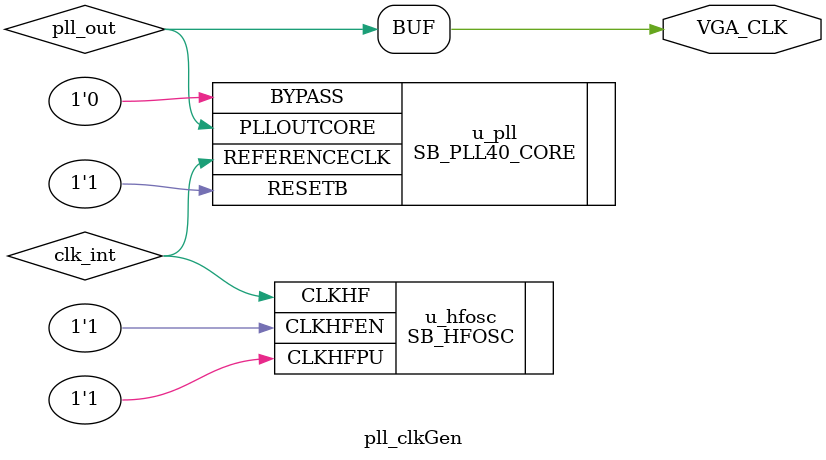
<source format=sv>
module pll_clkGen (
    output logic VGA_CLK
);
    // Step 1: Internal 12 MHz oscillator
    logic clk_int;
    SB_HFOSC #(
        .CLKHF_DIV("0b10")  // Divide by 4, 12 MHz (default is 48 MHz)
    ) u_hfosc (
        .CLKHFEN(1'b1),
        .CLKHFPU(1'b1),
        .CLKHF(clk_int)
    );

    // Step 2: PLL to generate ~25 MHz
    logic pll_out;

    SB_PLL40_CORE #(
        .FEEDBACK_PATH("SIMPLE"),
        .PLLOUT_SELECT("GENCLK"),
        .DIVR(4'b0000),     
        .DIVF(7'd66),       
        .DIVQ(3'b101),         
        .FILTER_RANGE(3'b100)
    ) u_pll (
        .REFERENCECLK(clk_int),
        .PLLOUTCORE(pll_out),
        .RESETB(1'b1),
        .BYPASS(1'b0)
    );

    // Step 3: Output
    assign VGA_CLK = pll_out;
endmodule

</source>
